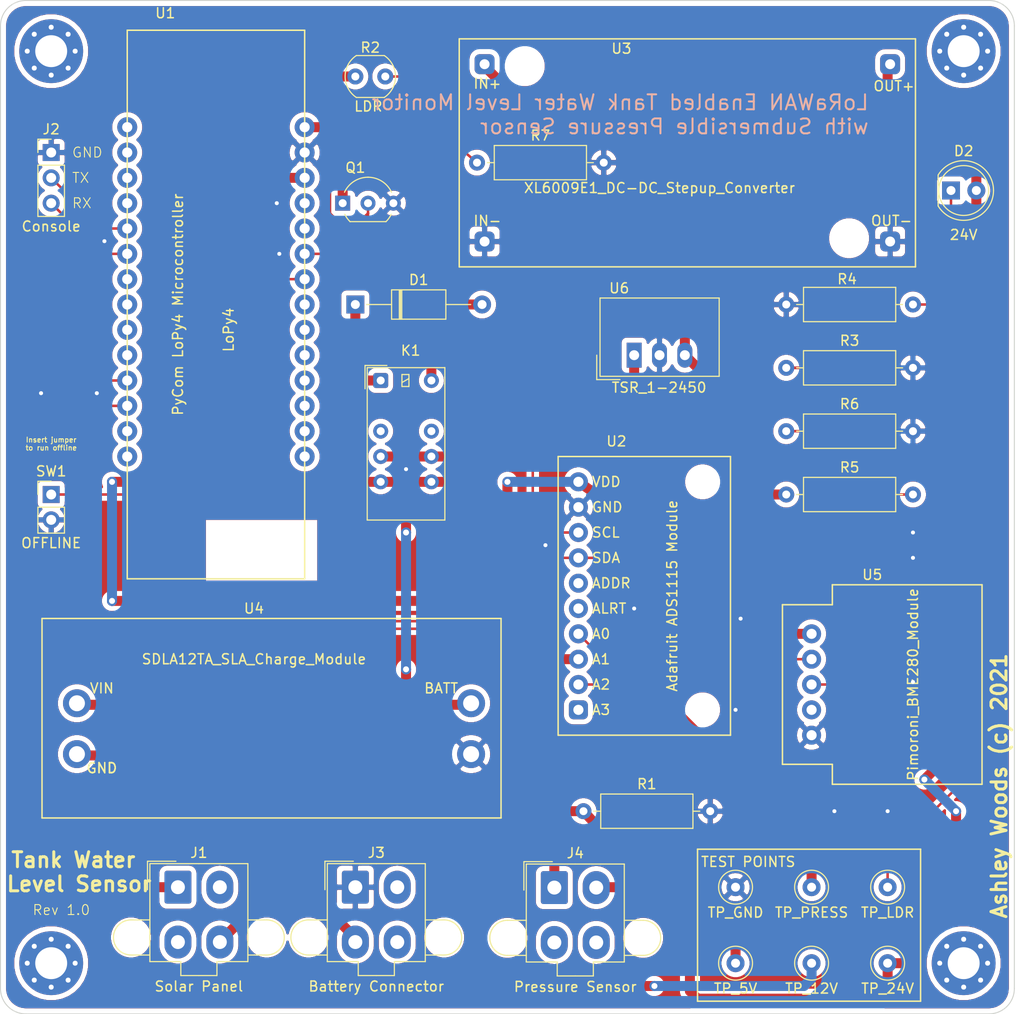
<source format=kicad_pcb>
(kicad_pcb (version 20171130) (host pcbnew "(5.1.6)-1")
  (layers (0 F.Cu signal) (31 B.Cu signal) (34 B.Paste user) (35 F.Paste user) (36 B.SilkS user) (37 F.SilkS user) (38 B.Mask user) (39 F.Mask user) (44 Edge.Cuts user))
  (net 0 "")
  (net 1 "Net-(D2-Pad1)")
  (net 2 BOOST24POS)
  (net 3 PANEL_NEG)
  (net 4 PANEL_POS)
  (net 5 GND)
  (net 6 CONSOLE_TX)
  (net 7 CONSOLE_RX)
  (net 8 BATTERY+12)
  (net 9 PRESS_SENSE)
  (net 10 VCC)
  (net 11 LDR_SENSE)
  (net 12 BOOST_SUPPLY)
  (net 13 BOOST_SWITCH)
  (net 14 BOOST_ENABLE)
  (net 15 3v3)
  (net 16 BATTLEVEL_SENSE)
  (net 17 OFFLINE_MODE)
  (net 18 SCL)
  (net 19 SDA)
  (module Package_TO_SOT_THT:TO-92_Inline_Wide (layer F.Cu) (at 8.89 -5.08)
    (fp_text reference Q1 (at 1.27 -3.56) (layer F.SilkS))
    (fp_text value BS170)
    (pad 1 thru_hole rect (at 0 0 90) (size 1.5 1.5) (drill 0.8) (layers *.Cu *.Mask) (net 13 BOOST_SWITCH))
    (pad 3 thru_hole circle (at 5.08 0 90) (size 1.5 1.5) (drill 0.8) (layers *.Cu *.Mask) (net 5 GND))
    (pad 2 thru_hole circle (at 2.54 0 90) (size 1.5 1.5) (drill 0.8) (layers *.Cu *.Mask) (net 14 BOOST_ENABLE))
  )
  (module Resistor_THT:R_Axial_DIN0309_L9.0mm_D3.2mm_P12.70mm_Horizontal (layer F.Cu) (at 22.352 -9.144)
    (fp_text reference R7 (at 6.35 -2.72) (layer F.SilkS))
    (fp_text value 10K)
    (pad 2 thru_hole oval (at 12.7 0) (size 1.6 1.6) (drill 0.8) (layers *.Cu *.Mask) (net 5 GND))
    (pad 1 thru_hole circle (at 0 0) (size 1.6 1.6) (drill 0.8) (layers *.Cu *.Mask) (net 14 BOOST_ENABLE))
  )
  (module Aw_footprints:XL6009E1_DC-DC_Converter (layer F.Cu) (at 40.64 -4.064)
    (fp_text reference U3 (at -3.81 -16.51) (layer F.SilkS))
    (fp_text value XL6009E1_DC-DC_Stepup_Converter (at 0 -2.54) (layer F.SilkS))
    (fp_text user OUT- (at 23.25 0.75) (layer F.SilkS))
    (fp_text user OUT+ (at 23.5 -12.75) (layer F.SilkS))
    (fp_text user IN- (at -17.25 0.75) (layer F.SilkS))
    (fp_text user IN+ (at -17.25 -13) (layer F.SilkS))
    (pad "" np_thru_hole circle (at 19 2.5) (size 3 3) (drill 3) (layers *.Cu *.Mask))
    (pad "" np_thru_hole circle (at -13.5 -14.75) (size 3 3) (drill 3) (layers *.Cu *.Mask))
    (pad 3 thru_hole roundrect (at 23.11 -14.95) (size 2 2) (drill 1) (layers *.Cu *.Mask) (net 2 BOOST24POS))
    (pad 4 thru_hole roundrect (at 23.11 2.83) (size 2 2) (drill 1) (layers *.Cu *.Mask) (net 5 GND))
    (pad 2 thru_hole roundrect (at -17.53 2.83) (size 2 2) (drill 1) (layers *.Cu *.Mask) (net 5 GND))
    (pad 1 thru_hole roundrect (at -17.53 -14.95) (size 2 2) (drill 1) (layers *.Cu *.Mask) (net 12 BOOST_SUPPLY))
  )
  (module Aw_footprints:SDLA12TA_Module (layer F.Cu) (at -15.24 35.56)
    (fp_text reference U4 (at 15.24 0) (layer F.SilkS))
    (fp_text value SDLA12TA_SLA_Charge_Module (at 15.24 5.08) (layer F.SilkS))
    (fp_text user GND (at 0 16) (layer F.SilkS))
    (fp_text user BATT (at 34 8) (layer F.SilkS))
    (fp_text user GND (at 0 16) (layer F.SilkS))
    (fp_text user VIN (at 0 8) (layer F.SilkS))
    (pad 3 thru_hole circle (at 37 14.6) (size 2.8 2.8) (drill 1.6) (layers *.Cu *.Mask) (net 5 GND))
    (pad 4 thru_hole circle (at 37 9.5) (size 2.8 2.8) (drill 1.6) (layers *.Cu *.Mask) (net 8 BATTERY+12))
    (pad 2 thru_hole circle (at -2.5 14.6) (size 2.8 2.8) (drill 1.6) (layers *.Cu *.Mask) (net 3 PANEL_NEG))
    (pad 1 thru_hole circle (at -2.5 9.5) (size 2.8 2.8) (drill 1.6) (layers *.Cu *.Mask) (net 4 PANEL_POS))
  )
  (module TestPoint:TestPoint_Loop_D2.60mm_Drill0.9mm_Beaded (layer F.Cu) (at 63.5 63.5)
    (fp_text reference J10)
    (fp_text value TP_LDR (at 0 2.54) (layer F.SilkS))
    (pad 1 thru_hole circle (at 0 0) (size 1.8 1.8) (drill 0.9) (layers *.Cu *.Mask) (net 11 LDR_SENSE))
  )
  (module TestPoint:TestPoint_Loop_D2.60mm_Drill0.9mm_Beaded (layer F.Cu) (at 55.88 63.5)
    (fp_text reference J9)
    (fp_text value TP_PRESS (at 0 2.54) (layer F.SilkS))
    (pad 1 thru_hole circle (at 0 0) (size 1.8 1.8) (drill 0.9) (layers *.Cu *.Mask) (net 9 PRESS_SENSE))
  )
  (module TestPoint:TestPoint_Loop_D2.60mm_Drill0.9mm_Beaded (layer F.Cu) (at 63.5 71.12)
    (fp_text reference J8)
    (fp_text value TP_24V (at 0 2.54) (layer F.SilkS))
    (pad 1 thru_hole circle (at 0 0) (size 1.8 1.8) (drill 0.9) (layers *.Cu *.Mask) (net 2 BOOST24POS))
  )
  (module TestPoint:TestPoint_Loop_D2.60mm_Drill0.9mm_Beaded (layer F.Cu) (at 55.88 71.12)
    (fp_text reference J7)
    (fp_text value TP_12V (at 0 2.54) (layer F.SilkS))
    (pad 1 thru_hole circle (at 0 0) (size 1.8 1.8) (drill 0.9) (layers *.Cu *.Mask) (net 8 BATTERY+12))
  )
  (module TestPoint:TestPoint_Loop_D2.60mm_Drill0.9mm_Beaded (layer F.Cu) (at 48.26 71.12)
    (fp_text reference J6)
    (fp_text value TP_5V (at 0 2.54) (layer F.SilkS))
    (pad 1 thru_hole circle (at 0 0) (size 1.8 1.8) (drill 0.9) (layers *.Cu *.Mask) (net 10 VCC))
  )
  (module TestPoint:TestPoint_Loop_D2.60mm_Drill0.9mm_Beaded (layer F.Cu) (at 48.26 63.5)
    (fp_text reference J5)
    (fp_text value TP_GND (at 0 2.54) (layer F.SilkS))
    (pad 1 thru_hole circle (at 0 0) (size 1.8 1.8) (drill 0.9) (layers *.Cu *.Mask) (net 5 GND))
  )
  (module Aw_footprints:LoPy_with_headers (layer F.Cu) (at -12.7 -12.7 270)
    (fp_text reference U1 (at -11.43 -3.81) (layer F.SilkS))
    (fp_text value LoPy4 (at 20.32 -10.16 270) (layer F.SilkS))
    (fp_text user "PyCom LoPy4 Microcontroller" (at 17.78 -5.08 90) (layer F.SilkS))
    (pad 28 thru_hole circle (at 0 -17.78 270) (size 2 2) (drill 1.02) (layers *.Cu *.Mask) (net 10 VCC))
    (pad 27 thru_hole circle (at 2.54 -17.78 270) (size 2 2) (drill 1.02) (layers *.Cu *.Mask) (net 5 GND))
    (pad 26 thru_hole circle (at 5.08 -17.78 270) (size 2 2) (drill 1.02) (layers *.Cu *.Mask) (net 15 3v3))
    (pad 25 thru_hole circle (at 7.62 -17.78 270) (size 2 2) (drill 1.02) (layers *.Cu *.Mask))
    (pad 24 thru_hole circle (at 10.16 -17.78 270) (size 2 2) (drill 1.02) (layers *.Cu *.Mask))
    (pad 23 thru_hole circle (at 12.7 -17.78 270) (size 2 2) (drill 1.02) (layers *.Cu *.Mask) (net 14 BOOST_ENABLE))
    (pad 22 thru_hole circle (at 15.24 -17.78 270) (size 2 2) (drill 1.02) (layers *.Cu *.Mask) (net 17 OFFLINE_MODE))
    (pad 21 thru_hole circle (at 17.78 -17.78 270) (size 2 2) (drill 1.02) (layers *.Cu *.Mask))
    (pad 20 thru_hole circle (at 20.32 -17.78 270) (size 2 2) (drill 1.02) (layers *.Cu *.Mask))
    (pad 19 thru_hole circle (at 22.86 -17.78 270) (size 2 2) (drill 1.02) (layers *.Cu *.Mask))
    (pad 18 thru_hole circle (at 25.4 -17.78 270) (size 2 2) (drill 1.02) (layers *.Cu *.Mask))
    (pad 17 thru_hole circle (at 27.94 -17.78 270) (size 2 2) (drill 1.02) (layers *.Cu *.Mask))
    (pad 16 thru_hole circle (at 30.48 -17.78 270) (size 2 2) (drill 1.02) (layers *.Cu *.Mask))
    (pad 15 thru_hole circle (at 33.02 -17.78 270) (size 2 2) (drill 1.02) (layers *.Cu *.Mask))
    (pad 14 thru_hole circle (at 33.02 0 270) (size 2 2) (drill 1.02) (layers *.Cu *.Mask))
    (pad 13 thru_hole circle (at 30.48 0 270) (size 2 2) (drill 1.02) (layers *.Cu *.Mask))
    (pad 12 thru_hole circle (at 27.94 0 270) (size 2 2) (drill 1.02) (layers *.Cu *.Mask) (net 18 SCL))
    (pad 11 thru_hole circle (at 25.4 0 270) (size 2 2) (drill 1.02) (layers *.Cu *.Mask) (net 19 SDA))
    (pad 10 thru_hole circle (at 22.86 0 270) (size 2 2) (drill 1.02) (layers *.Cu *.Mask))
    (pad 9 thru_hole circle (at 20.32 0 270) (size 2 2) (drill 1.02) (layers *.Cu *.Mask))
    (pad 8 thru_hole circle (at 17.78 0 270) (size 2 2) (drill 1.02) (layers *.Cu *.Mask))
    (pad 7 thru_hole circle (at 15.24 0 270) (size 2 2) (drill 1.02) (layers *.Cu *.Mask))
    (pad 6 thru_hole circle (at 12.7 0 270) (size 2 2) (drill 1.02) (layers *.Cu *.Mask) (net 7 CONSOLE_RX))
    (pad 5 thru_hole circle (at 10.16 0 270) (size 2 2) (drill 1.02) (layers *.Cu *.Mask) (net 6 CONSOLE_TX))
    (pad 4 thru_hole circle (at 7.62 0 270) (size 2 2) (drill 1.02) (layers *.Cu *.Mask))
    (pad 3 thru_hole circle (at 5.08 0 270) (size 2 2) (drill 1.02) (layers *.Cu *.Mask))
    (pad 2 thru_hole circle (at 2.54 0 270) (size 2 2) (drill 1.02) (layers *.Cu *.Mask))
    (pad 1 thru_hole circle (at 0 0 270) (size 2 2) (drill 1.02) (layers *.Cu *.Mask))
  )
  (module MountingHole:MountingHole_3.2mm_M3_Pad_Via (layer F.Cu) (at 71.12 71.12)
    (fp_text reference H4)
    (fp_text value MountingHole)
    (pad 1 thru_hole circle (at 1.697056 -1.697056) (size 0.8 0.8) (drill 0.5) (layers *.Cu *.Mask))
    (pad 1 thru_hole circle (at 0 -2.4) (size 0.8 0.8) (drill 0.5) (layers *.Cu *.Mask))
    (pad 1 thru_hole circle (at -1.697056 -1.697056) (size 0.8 0.8) (drill 0.5) (layers *.Cu *.Mask))
    (pad 1 thru_hole circle (at -2.4 0) (size 0.8 0.8) (drill 0.5) (layers *.Cu *.Mask))
    (pad 1 thru_hole circle (at -1.697056 1.697056) (size 0.8 0.8) (drill 0.5) (layers *.Cu *.Mask))
    (pad 1 thru_hole circle (at 0 2.4) (size 0.8 0.8) (drill 0.5) (layers *.Cu *.Mask))
    (pad 1 thru_hole circle (at 1.697056 1.697056) (size 0.8 0.8) (drill 0.5) (layers *.Cu *.Mask))
    (pad 1 thru_hole circle (at 2.4 0) (size 0.8 0.8) (drill 0.5) (layers *.Cu *.Mask))
    (pad 1 thru_hole circle (at 0 0) (size 6.4 6.4) (drill 3.2) (layers *.Cu *.Mask))
  )
  (module MountingHole:MountingHole_3.2mm_M3_Pad_Via (layer F.Cu) (at 71.12 -20.32)
    (fp_text reference H3)
    (fp_text value MountingHole)
    (pad 1 thru_hole circle (at 1.697056 -1.697056) (size 0.8 0.8) (drill 0.5) (layers *.Cu *.Mask))
    (pad 1 thru_hole circle (at 0 -2.4) (size 0.8 0.8) (drill 0.5) (layers *.Cu *.Mask))
    (pad 1 thru_hole circle (at -1.697056 -1.697056) (size 0.8 0.8) (drill 0.5) (layers *.Cu *.Mask))
    (pad 1 thru_hole circle (at -2.4 0) (size 0.8 0.8) (drill 0.5) (layers *.Cu *.Mask))
    (pad 1 thru_hole circle (at -1.697056 1.697056) (size 0.8 0.8) (drill 0.5) (layers *.Cu *.Mask))
    (pad 1 thru_hole circle (at 0 2.4) (size 0.8 0.8) (drill 0.5) (layers *.Cu *.Mask))
    (pad 1 thru_hole circle (at 1.697056 1.697056) (size 0.8 0.8) (drill 0.5) (layers *.Cu *.Mask))
    (pad 1 thru_hole circle (at 2.4 0) (size 0.8 0.8) (drill 0.5) (layers *.Cu *.Mask))
    (pad 1 thru_hole circle (at 0 0) (size 6.4 6.4) (drill 3.2) (layers *.Cu *.Mask))
  )
  (module MountingHole:MountingHole_3.2mm_M3_Pad_Via (layer F.Cu) (at -20.32 71.12)
    (fp_text reference H2)
    (fp_text value MountingHole)
    (pad 1 thru_hole circle (at 1.697056 -1.697056) (size 0.8 0.8) (drill 0.5) (layers *.Cu *.Mask))
    (pad 1 thru_hole circle (at 0 -2.4) (size 0.8 0.8) (drill 0.5) (layers *.Cu *.Mask))
    (pad 1 thru_hole circle (at -1.697056 -1.697056) (size 0.8 0.8) (drill 0.5) (layers *.Cu *.Mask))
    (pad 1 thru_hole circle (at -2.4 0) (size 0.8 0.8) (drill 0.5) (layers *.Cu *.Mask))
    (pad 1 thru_hole circle (at -1.697056 1.697056) (size 0.8 0.8) (drill 0.5) (layers *.Cu *.Mask))
    (pad 1 thru_hole circle (at 0 2.4) (size 0.8 0.8) (drill 0.5) (layers *.Cu *.Mask))
    (pad 1 thru_hole circle (at 1.697056 1.697056) (size 0.8 0.8) (drill 0.5) (layers *.Cu *.Mask))
    (pad 1 thru_hole circle (at 2.4 0) (size 0.8 0.8) (drill 0.5) (layers *.Cu *.Mask))
    (pad 1 thru_hole circle (at 0 0) (size 6.4 6.4) (drill 3.2) (layers *.Cu *.Mask))
  )
  (module MountingHole:MountingHole_3.2mm_M3_Pad_Via (layer F.Cu) (at -20.32 -20.32)
    (fp_text reference H1)
    (fp_text value MountingHole)
    (pad 1 thru_hole circle (at 1.697056 -1.697056) (size 0.8 0.8) (drill 0.5) (layers *.Cu *.Mask))
    (pad 1 thru_hole circle (at 0 -2.4) (size 0.8 0.8) (drill 0.5) (layers *.Cu *.Mask))
    (pad 1 thru_hole circle (at -1.697056 -1.697056) (size 0.8 0.8) (drill 0.5) (layers *.Cu *.Mask))
    (pad 1 thru_hole circle (at -2.4 0) (size 0.8 0.8) (drill 0.5) (layers *.Cu *.Mask))
    (pad 1 thru_hole circle (at -1.697056 1.697056) (size 0.8 0.8) (drill 0.5) (layers *.Cu *.Mask))
    (pad 1 thru_hole circle (at 0 2.4) (size 0.8 0.8) (drill 0.5) (layers *.Cu *.Mask))
    (pad 1 thru_hole circle (at 1.697056 1.697056) (size 0.8 0.8) (drill 0.5) (layers *.Cu *.Mask))
    (pad 1 thru_hole circle (at 2.4 0) (size 0.8 0.8) (drill 0.5) (layers *.Cu *.Mask))
    (pad 1 thru_hole circle (at 0 0) (size 6.4 6.4) (drill 3.2) (layers *.Cu *.Mask))
  )
  (module Diode_THT:D_A-405_P12.70mm_Horizontal (layer F.Cu) (at 10.16 5.08)
    (fp_text reference D1 (at 6.35 -2.47) (layer F.SilkS))
    (fp_text value D)
    (pad 2 thru_hole oval (at 12.7 0) (size 1.8 1.8) (drill 0.9) (layers *.Cu *.Mask) (net 13 BOOST_SWITCH))
    (pad 1 thru_hole rect (at 0 0) (size 1.8 1.8) (drill 0.9) (layers *.Cu *.Mask) (net 8 BATTERY+12))
  )
  (module LED_THT:LED_D5.0mm (layer F.Cu) (at 69.85 -6.35)
    (fp_text reference D2 (at 1.27 -3.96) (layer F.SilkS))
    (fp_text value "+24 LED")
    (pad 2 thru_hole circle (at 2.54 0) (size 1.8 1.8) (drill 0.9) (layers *.Cu *.Mask) (net 2 BOOST24POS))
    (pad 1 thru_hole rect (at 0 0) (size 1.8 1.8) (drill 0.9) (layers *.Cu *.Mask) (net 1 "Net-(D2-Pad1)"))
  )
  (module Connector_Molex:Molex_Mini-Fit_Jr_5566-04A2_2x02_P4.20mm_Vertical (layer F.Cu) (at -7.62 63.5)
    (fp_text reference J1 (at 2.1 -3.45) (layer F.SilkS))
    (fp_text value "Solar Panel" (at 2.1 9.95) (layer F.SilkS))
    (pad "" np_thru_hole circle (at 8.9 5.04) (size 3 3) (drill 3) (layers *.Cu *.Mask))
    (pad "" np_thru_hole circle (at -4.7 5.04) (size 3 3) (drill 3) (layers *.Cu *.Mask))
    (pad 4 thru_hole oval (at 4.2 5.5) (size 2.7 3.3) (drill 1.4) (layers *.Cu *.Mask) (net 4 PANEL_POS))
    (pad 3 thru_hole oval (at 0 5.5) (size 2.7 3.3) (drill 1.4) (layers *.Cu *.Mask))
    (pad 2 thru_hole oval (at 4.2 0) (size 2.7 3.3) (drill 1.4) (layers *.Cu *.Mask))
    (pad 1 thru_hole roundrect (at 0 0) (size 2.7 3.3) (drill 1.4) (layers *.Cu *.Mask) (roundrect_rratio 0.09259299999999999) (net 3 PANEL_NEG))
  )
  (module Connector_PinHeader_2.54mm:PinHeader_1x03_P2.54mm_Vertical (layer F.Cu) (at -20.32 -10.16)
    (fp_text reference J2 (at 0 -2.33) (layer F.SilkS))
    (fp_text value Console (at 0 7.41) (layer F.SilkS))
    (pad 3 thru_hole oval (at 0 5.08) (size 1.7 1.7) (drill 1) (layers *.Cu *.Mask) (net 7 CONSOLE_RX))
    (pad 2 thru_hole oval (at 0 2.54) (size 1.7 1.7) (drill 1) (layers *.Cu *.Mask) (net 6 CONSOLE_TX))
    (pad 1 thru_hole rect (at 0 0) (size 1.7 1.7) (drill 1) (layers *.Cu *.Mask) (net 5 GND))
  )
  (module Connector_Molex:Molex_Mini-Fit_Jr_5566-04A2_2x02_P4.20mm_Vertical (layer F.Cu) (at 10.16 63.5)
    (fp_text reference J3 (at 2.1 -3.45) (layer F.SilkS))
    (fp_text value "Battery Connector" (at 2.1 9.95) (layer F.SilkS))
    (pad "" np_thru_hole circle (at 8.9 5.04) (size 3 3) (drill 3) (layers *.Cu *.Mask))
    (pad "" np_thru_hole circle (at -4.7 5.04) (size 3 3) (drill 3) (layers *.Cu *.Mask))
    (pad 4 thru_hole oval (at 4.2 5.5) (size 2.7 3.3) (drill 1.4) (layers *.Cu *.Mask))
    (pad 3 thru_hole oval (at 0 5.5) (size 2.7 3.3) (drill 1.4) (layers *.Cu *.Mask) (net 8 BATTERY+12))
    (pad 2 thru_hole oval (at 4.2 0) (size 2.7 3.3) (drill 1.4) (layers *.Cu *.Mask))
    (pad 1 thru_hole roundrect (at 0 0) (size 2.7 3.3) (drill 1.4) (layers *.Cu *.Mask) (roundrect_rratio 0.09259299999999999) (net 5 GND))
  )
  (module Connector_Molex:Molex_Mini-Fit_Jr_5566-04A2_2x02_P4.20mm_Vertical (layer F.Cu) (at 30.1 63.54)
    (fp_text reference J4 (at 2.1 -3.45) (layer F.SilkS))
    (fp_text value "Pressure Sensor" (at 2.1 9.95) (layer F.SilkS))
    (pad "" np_thru_hole circle (at 8.9 5.04) (size 3 3) (drill 3) (layers *.Cu *.Mask))
    (pad "" np_thru_hole circle (at -4.7 5.04) (size 3 3) (drill 3) (layers *.Cu *.Mask))
    (pad 4 thru_hole oval (at 4.2 5.5) (size 2.7 3.3) (drill 1.4) (layers *.Cu *.Mask))
    (pad 3 thru_hole oval (at 0 5.5) (size 2.7 3.3) (drill 1.4) (layers *.Cu *.Mask))
    (pad 2 thru_hole oval (at 4.2 0) (size 2.7 3.3) (drill 1.4) (layers *.Cu *.Mask) (net 2 BOOST24POS))
    (pad 1 thru_hole roundrect (at 0 0) (size 2.7 3.3) (drill 1.4) (layers *.Cu *.Mask) (roundrect_rratio 0.09259299999999999) (net 9 PRESS_SENSE))
  )
  (module Relay_THT:Relay_DPDT_Kemet_EC2 (layer F.Cu) (at 12.7 12.7)
    (fp_text reference K1 (at 3 -3 180) (layer F.SilkS))
    (fp_text value EC2-12NU)
    (pad 12 thru_hole circle (at 5.08 0) (size 1.5 1.5) (drill 0.8) (layers *.Cu *.Mask) (net 13 BOOST_SWITCH))
    (pad 10 thru_hole circle (at 5.08 5.08) (size 1.5 1.5) (drill 0.8) (layers *.Cu *.Mask))
    (pad 9 thru_hole circle (at 5.08 7.62) (size 1.5 1.5) (drill 0.8) (layers *.Cu *.Mask) (net 12 BOOST_SUPPLY))
    (pad 8 thru_hole circle (at 5.08 10.16) (size 1.5 1.5) (drill 0.8) (layers *.Cu *.Mask) (net 8 BATTERY+12))
    (pad 5 thru_hole circle (at 0 10.16) (size 1.5 1.5) (drill 0.8) (layers *.Cu *.Mask) (net 8 BATTERY+12))
    (pad 4 thru_hole circle (at 0 7.62) (size 1.5 1.5) (drill 0.8) (layers *.Cu *.Mask) (net 12 BOOST_SUPPLY))
    (pad 3 thru_hole circle (at 0 5.08) (size 1.5 1.5) (drill 0.8) (layers *.Cu *.Mask))
    (pad 1 thru_hole roundrect (at 0 0) (size 1.5 1.5) (drill 0.8) (layers *.Cu *.Mask) (roundrect_rratio 0.167) (net 8 BATTERY+12))
  )
  (module Resistor_THT:R_Axial_DIN0309_L9.0mm_D3.2mm_P12.70mm_Horizontal (layer F.Cu) (at 33.02 55.88)
    (fp_text reference R1 (at 6.35 -2.72) (layer F.SilkS))
    (fp_text value 100R)
    (pad 2 thru_hole oval (at 12.7 0) (size 1.6 1.6) (drill 0.8) (layers *.Cu *.Mask) (net 5 GND))
    (pad 1 thru_hole circle (at 0 0) (size 1.6 1.6) (drill 0.8) (layers *.Cu *.Mask) (net 9 PRESS_SENSE))
  )
  (module OptoDevice:R_LDR_5.0x4.1mm_P3mm_Vertical (layer F.Cu) (at 10.16 -17.78)
    (fp_text reference R2 (at 1.5 -2.9) (layer F.SilkS))
    (fp_text value LDR (at 1.3 3) (layer F.SilkS))
    (pad 2 thru_hole circle (at 3 0) (size 1.6 1.6) (drill 0.8) (layers *.Cu *.Mask) (net 11 LDR_SENSE))
    (pad 1 thru_hole circle (at 0 0) (size 1.6 1.6) (drill 0.8) (layers *.Cu *.Mask) (net 15 3v3))
  )
  (module Resistor_THT:R_Axial_DIN0309_L9.0mm_D3.2mm_P12.70mm_Horizontal (layer F.Cu) (at 53.34 11.43)
    (fp_text reference R3 (at 6.35 -2.72) (layer F.SilkS))
    (fp_text value 1K)
    (pad 2 thru_hole oval (at 12.7 0) (size 1.6 1.6) (drill 0.8) (layers *.Cu *.Mask) (net 5 GND))
    (pad 1 thru_hole circle (at 0 0) (size 1.6 1.6) (drill 0.8) (layers *.Cu *.Mask) (net 11 LDR_SENSE))
  )
  (module Resistor_THT:R_Axial_DIN0309_L9.0mm_D3.2mm_P12.70mm_Horizontal (layer F.Cu) (at 66.04 5.08 180)
    (fp_text reference R4 (at 6.604 2.54) (layer F.SilkS))
    (fp_text value 1.5K)
    (pad 2 thru_hole oval (at 12.7 0 180) (size 1.6 1.6) (drill 0.8) (layers *.Cu *.Mask) (net 5 GND))
    (pad 1 thru_hole circle (at 0 0 180) (size 1.6 1.6) (drill 0.8) (layers *.Cu *.Mask) (net 1 "Net-(D2-Pad1)"))
  )
  (module Resistor_THT:R_Axial_DIN0309_L9.0mm_D3.2mm_P12.70mm_Horizontal (layer F.Cu) (at 53.34 24.13)
    (fp_text reference R5 (at 6.35 -2.72) (layer F.SilkS))
    (fp_text value 15K)
    (pad 2 thru_hole oval (at 12.7 0) (size 1.6 1.6) (drill 0.8) (layers *.Cu *.Mask) (net 16 BATTLEVEL_SENSE))
    (pad 1 thru_hole circle (at 0 0) (size 1.6 1.6) (drill 0.8) (layers *.Cu *.Mask) (net 8 BATTERY+12))
  )
  (module Resistor_THT:R_Axial_DIN0309_L9.0mm_D3.2mm_P12.70mm_Horizontal (layer F.Cu) (at 53.34 17.78)
    (fp_text reference R6 (at 6.35 -2.72) (layer F.SilkS))
    (fp_text value 4.7K)
    (pad 2 thru_hole oval (at 12.7 0) (size 1.6 1.6) (drill 0.8) (layers *.Cu *.Mask) (net 5 GND))
    (pad 1 thru_hole circle (at 0 0) (size 1.6 1.6) (drill 0.8) (layers *.Cu *.Mask) (net 16 BATTLEVEL_SENSE))
  )
  (module Connector_PinHeader_2.54mm:PinHeader_1x02_P2.54mm_Vertical (layer F.Cu) (at -20.32 24.13)
    (fp_text reference SW1 (at 0 -2.33) (layer F.SilkS))
    (fp_text value OFFLINE (at 0 4.87) (layer F.SilkS))
    (pad 2 thru_hole oval (at 0 2.54) (size 1.7 1.7) (drill 1) (layers *.Cu *.Mask) (net 5 GND))
    (pad 1 thru_hole rect (at 0 0) (size 1.7 1.7) (drill 1) (layers *.Cu *.Mask) (net 17 OFFLINE_MODE))
  )
  (module Aw_footprints:Adafruit_ADS1115_Module (layer F.Cu) (at 48.26 40.64)
    (fp_text reference U2 (at -11.938 -21.844) (layer F.SilkS))
    (fp_text value Adafruit_ADS1115_Module)
    (fp_text user A3 (at -14.478 5.08) (layer F.SilkS) (effects (justify left)))
    (fp_text user A2 (at -14.478 2.54) (layer F.SilkS) (effects (justify left)))
    (fp_text user A1 (at -14.478 0) (layer F.SilkS) (effects (justify left)))
    (fp_text user A0 (at -14.478 -2.54) (layer F.SilkS) (effects (justify left)))
    (fp_text user ALRT (at -14.478 -5.08) (layer F.SilkS) (effects (justify left)))
    (fp_text user ADDR (at -14.478 -7.62) (layer F.SilkS) (effects (justify left)))
    (fp_text user SDA (at -14.478 -10.16) (layer F.SilkS) (effects (justify left)))
    (fp_text user SCL (at -14.478 -12.7) (layer F.SilkS) (effects (justify left)))
    (fp_text user GND (at -14.478 -15.24) (layer F.SilkS) (effects (justify left)))
    (fp_text user VDD (at -14.478 -17.78) (layer F.SilkS) (effects (justify left)))
    (fp_text user "Adafruit ADS1115 Module" (at -6.35 -6.35 270) (layer F.SilkS))
    (pad "" np_thru_hole circle (at -3.302 -17.78) (size 2.5 2.5) (drill 2.5) (layers *.Cu *.Mask))
    (pad "" np_thru_hole circle (at -3.302 5.08) (size 2.5 2.5) (drill 2.5) (layers *.Cu *.Mask))
    (pad 1 thru_hole roundrect (at -15.748 5.08) (size 1.905 1.905) (drill 1.016) (layers *.Cu *.Mask))
    (pad 2 thru_hole circle (at -15.748 2.54) (size 1.905 1.905) (drill 1.016) (layers *.Cu *.Mask) (net 11 LDR_SENSE))
    (pad 3 thru_hole circle (at -15.748 0) (size 1.905 1.905) (drill 1.016) (layers *.Cu *.Mask) (net 9 PRESS_SENSE))
    (pad 4 thru_hole circle (at -15.748 -2.54) (size 1.905 1.905) (drill 1.016) (layers *.Cu *.Mask) (net 16 BATTLEVEL_SENSE))
    (pad 5 thru_hole circle (at -15.748 -5.08) (size 1.905 1.905) (drill 1.016) (layers *.Cu *.Mask))
    (pad 6 thru_hole circle (at -15.748 -7.62) (size 1.905 1.905) (drill 1.016) (layers *.Cu *.Mask))
    (pad 7 thru_hole circle (at -15.748 -10.16) (size 1.905 1.905) (drill 1.016) (layers *.Cu *.Mask) (net 19 SDA))
    (pad 8 thru_hole circle (at -15.748 -12.7) (size 1.905 1.905) (drill 1.016) (layers *.Cu *.Mask) (net 18 SCL))
    (pad 9 thru_hole circle (at -15.748 -15.24) (size 1.905 1.905) (drill 1.016) (layers *.Cu *.Mask) (net 5 GND))
    (pad 10 thru_hole circle (at -15.748 -17.78) (size 1.905 1.905) (drill 1.016) (layers *.Cu *.Mask) (net 15 3v3))
  )
  (module "Aw_footprints:Pimoroni BME280 Module" (layer F.Cu) (at 60.96 43.18)
    (fp_text reference U5 (at 1 -11) (layer F.SilkS))
    (fp_text value Pimoroni_BME280_Module (at 5.08 0 90) (layer F.SilkS))
    (pad 5 thru_hole circle (at -5.08 5.08) (size 1.905 1.905) (drill 1.016) (layers *.Cu *.Mask) (net 5 GND))
    (pad 4 thru_hole circle (at -5.08 2.54) (size 1.905 1.905) (drill 1.016) (layers *.Cu *.Mask))
    (pad 3 thru_hole circle (at -5.08 0) (size 1.905 1.905) (drill 1.016) (layers *.Cu *.Mask) (net 18 SCL))
    (pad 2 thru_hole circle (at -5.08 -2.54) (size 1.905 1.905) (drill 1.016) (layers *.Cu *.Mask) (net 19 SDA))
    (pad 1 thru_hole circle (at -5.08 -5.08) (size 1.905 1.905) (drill 1.016) (layers *.Cu *.Mask) (net 15 3v3))
  )
  (module Converter_DCDC:Converter_DCDC_TRACO_TSR-1_THT (layer F.Cu) (at 38.1 10.16)
    (fp_text reference U6 (at -1.5 -6.71) (layer F.SilkS))
    (fp_text value TSR_1-2450 (at 2.5 3.25) (layer F.SilkS))
    (pad 3 thru_hole oval (at 5.08 0) (size 1.5 2.5) (drill 1) (layers *.Cu *.Mask) (net 10 VCC))
    (pad 2 thru_hole oval (at 2.54 0) (size 1.5 2.5) (drill 1) (layers *.Cu *.Mask) (net 5 GND))
    (pad 1 thru_hole rect (at 0 0) (size 1.5 2.5) (drill 1) (layers *.Cu *.Mask) (net 8 BATTERY+12))
  )
  (gr_text "LoRaWAN Enabled Tank Water Level Monitor\nwith Submersible Pressure Sensor" (at 61.722 -13.97) (layer B.SilkS) (effects (font (size 1.5 1.5) (thickness 0.2)) (justify left mirror)))
  (gr_text "Rev 1.0" (at -19.304 65.786) (layer F.SilkS) (effects (font (size 1 1) (thickness 0.1))))
  (gr_text "Tank Water \nLevel Sensor" (at -17.526 61.976) (layer F.SilkS) (effects (font (size 1.5 1.5) (thickness 0.3))))
  (gr_text "Ashley Woods (c) 2021" (at 74.676 53.34 90) (layer F.SilkS) (effects (font (size 1.5 1.5) (thickness 0.3))))
  (gr_text RX (at -18.288 -5.08) (layer F.SilkS) (effects (font (size 1 1) (thickness 0.1)) (justify left)))
  (gr_text TX (at -18.288 -7.62) (layer F.SilkS) (effects (font (size 1 1) (thickness 0.1)) (justify left)))
  (gr_text GND (at -18.288 -10.16) (layer F.SilkS) (effects (font (size 1 1) (thickness 0.1)) (justify left)))
  (gr_arc (start 73.66 73.66) (end 73.66 76.2) (angle -90) (layer Edge.Cuts) (width 0.1))
  (gr_arc (start -22.86 73.66) (end -25.4 73.66) (angle -90) (layer Edge.Cuts) (width 0.1))
  (gr_arc (start -22.86 -22.86) (end -22.86 -25.4) (angle -90) (layer Edge.Cuts) (width 0.1))
  (gr_arc (start 73.66 -22.86) (end 76.2 -22.86) (angle -90) (layer Edge.Cuts) (width 0.1))
  (gr_text "Insert jumper\nto run offline" (at -20.32 19.05) (layer F.SilkS) (effects (font (size 0.5 0.5) (thickness 0.1))))
  (gr_text "TEST POINTS" (at 49.53 60.96) (layer F.SilkS) (effects (font (size 1 1))))
  (gr_line (start 44.45 74.93) (end 44.45 59.69) (layer F.SilkS) (width 0.15))
  (gr_line (start 66.802 74.93) (end 44.45 74.93) (layer F.SilkS) (width 0.15))
  (gr_line (start 66.802 59.69) (end 66.802 74.93) (layer F.SilkS) (width 0.15))
  (gr_line (start 44.45 59.69) (end 66.802 59.69) (layer F.SilkS) (width 0.15))
  (gr_text 24V (at 71.12 -1.905) (layer F.SilkS) (effects (font (size 1 1))))
  (gr_line (start 76.2 73.66) (end 76.2 -22.86) (layer Edge.Cuts) (width 0.1))
  (gr_line (start -22.86 76.2) (end 73.66 76.2) (layer Edge.Cuts) (width 0.1))
  (gr_line (start -22.86 -25.4) (end 73.66 -25.4) (layer Edge.Cuts) (width 0.1))
  (gr_line (start -25.4 73.66) (end -25.4 -22.86) (layer Edge.Cuts) (width 0.1))
  (segment (start 69.85 4.572) (end 69.85 -6.35) (width 0.25) (layer F.Cu) (net 1))
  (segment (start 66.04 5.08) (end 69.342 5.08) (width 0.25) (layer F.Cu) (net 1))
  (segment (start 69.342 5.08) (end 69.85 4.572) (width 0.25) (layer F.Cu) (net 1))
  (segment (start 72.39 -6.35) (end 72.39 63.754) (width 1) (layer F.Cu) (net 2))
  (segment (start 72.39 63.754) (end 65.024 71.12) (width 1) (layer F.Cu) (net 2))
  (segment (start 65.024 71.12) (end 63.5 71.12) (width 1) (layer F.Cu) (net 2))
  (segment (start 72.39 -11.938) (end 72.39 -6.35) (width 1) (layer F.Cu) (net 2))
  (segment (start 64.262 -12.7) (end 71.628 -12.7) (width 1) (layer F.Cu) (net 2))
  (segment (start 71.628 -12.7) (end 72.39 -11.938) (width 1) (layer F.Cu) (net 2))
  (segment (start 63.5 -19.05) (end 63.5 -13.462) (width 1) (layer F.Cu) (net 2))
  (segment (start 63.5 -13.462) (end 64.262 -12.7) (width 1) (layer F.Cu) (net 2))
  (segment (start 42.926 63.5) (end 34.29 63.5) (width 1) (layer F.Cu) (net 2))
  (segment (start 62.484 74.676) (end 44.45 74.676) (width 1) (layer F.Cu) (net 2))
  (segment (start 43.688 64.262) (end 42.926 63.5) (width 1) (layer F.Cu) (net 2))
  (segment (start 44.45 74.676) (end 43.688 73.914) (width 1) (layer F.Cu) (net 2))
  (segment (start 63.5 73.66) (end 62.484 74.676) (width 1) (layer F.Cu) (net 2))
  (segment (start 63.5 71.12) (end 63.5 73.66) (width 1) (layer F.Cu) (net 2))
  (segment (start 43.688 73.914) (end 43.688 64.262) (width 1) (layer F.Cu) (net 2))
  (segment (start -14.986 50.292) (end -17.78 50.292) (width 1) (layer F.Cu) (net 3))
  (segment (start -13.97 51.308) (end -14.986 50.292) (width 1) (layer F.Cu) (net 3))
  (segment (start -13.97 62.484) (end -13.97 51.308) (width 1) (layer F.Cu) (net 3))
  (segment (start -7.62 63.5) (end -12.954 63.5) (width 1) (layer F.Cu) (net 3))
  (segment (start -12.954 63.5) (end -13.97 62.484) (width 1) (layer F.Cu) (net 3))
  (segment (start -3.42 69) (end -3.42 68.952) (width 1) (layer F.Cu) (net 4))
  (segment (start -1.016 45.212) (end -17.78 45.212) (width 1) (layer F.Cu) (net 4))
  (segment (start -3.42 68.952) (end 0 65.532) (width 1) (layer F.Cu) (net 4))
  (segment (start 0 46.228) (end -1.016 45.212) (width 1) (layer F.Cu) (net 4))
  (segment (start 0 65.532) (end 0 46.228) (width 1) (layer F.Cu) (net 4))
  (via (at 66.04 27.94) (size 0.8) (drill 0.4) (layers F.Cu B.Cu) (net 5))
  (via (at 66.04 30.48) (size 0.8) (drill 0.4) (layers F.Cu B.Cu) (net 5))
  (via (at 63.5 55.88) (size 0.8) (drill 0.4) (layers F.Cu B.Cu) (net 5))
  (via (at 58.166 55.88) (size 0.8) (drill 0.4) (layers F.Cu B.Cu) (net 5))
  (via (at 48.26 45.72) (size 0.8) (drill 0.4) (layers F.Cu B.Cu) (net 5))
  (via (at 38.1 35.56) (size 0.8) (drill 0.4) (layers F.Cu B.Cu) (net 5))
  (via (at 66.04 42.926) (size 0.8) (drill 0.4) (layers F.Cu B.Cu) (net 5))
  (via (at 2.286 -5.08) (size 0.8) (drill 0.4) (layers F.Cu B.Cu) (net 5))
  (via (at 2.54 0) (size 0.8) (drill 0.4) (layers F.Cu B.Cu) (net 5))
  (via (at -15.748 13.97) (size 0.8) (drill 0.4) (layers F.Cu B.Cu) (net 5))
  (via (at -21.336 13.97) (size 0.8) (drill 0.4) (layers F.Cu B.Cu) (net 5))
  (via (at -14.986 -1.27) (size 0.8) (drill 0.4) (layers F.Cu B.Cu) (net 5))
  (via (at 48.768 36.576) (size 0.8) (drill 0.4) (layers F.Cu B.Cu) (net 5))
  (via (at 29.21 29.21) (size 0.8) (drill 0.4) (layers F.Cu B.Cu) (net 5))
  (via (at 15.24 21.59) (size 0.8) (drill 0.4) (layers F.Cu B.Cu) (net 5))
  (segment (start -12.7 -2.54) (end -15.24 -2.54) (width 0.25) (layer F.Cu) (net 6))
  (segment (start -15.24 -2.54) (end -20.32 -7.62) (width 0.25) (layer F.Cu) (net 6))
  (segment (start -12.7 0) (end -15.24 0) (width 0.25) (layer F.Cu) (net 7))
  (segment (start -15.24 0) (end -20.32 -5.08) (width 0.25) (layer F.Cu) (net 7))
  (segment (start 10.16 5.08) (end 10.16 10.16) (width 1) (layer F.Cu) (net 8))
  (segment (start 15.24 22.86) (end 17.78 22.86) (width 1) (layer F.Cu) (net 8))
  (segment (start 12.7 22.86) (end 15.24 22.86) (width 1) (layer F.Cu) (net 8))
  (segment (start 15.24 45.212) (end 21.844 45.212) (width 1) (layer F.Cu) (net 8))
  (segment (start 12.7 12.7) (end 10.16 12.7) (width 1) (layer F.Cu) (net 8))
  (segment (start 10.16 10.16) (end 10.16 12.7) (width 1) (layer F.Cu) (net 8))
  (segment (start 5.08 63.5) (end 5.08 46.228) (width 1) (layer F.Cu) (net 8))
  (segment (start 5.08 46.228) (end 6.096 45.212) (width 1) (layer F.Cu) (net 8))
  (segment (start 10.16 69) (end 10.16 68.58) (width 1) (layer F.Cu) (net 8))
  (segment (start 6.096 45.212) (end 15.24 45.212) (width 1) (layer F.Cu) (net 8))
  (segment (start 10.16 68.58) (end 5.08 63.5) (width 1) (layer F.Cu) (net 8))
  (via (at 15.24 27.94) (size 1.016) (drill 0.6) (layers F.Cu B.Cu) (net 8))
  (segment (start 15.24 22.86) (end 15.24 27.94) (width 1) (layer F.Cu) (net 8))
  (segment (start 10.16 12.7) (end 10.16 22.352) (width 1) (layer F.Cu) (net 8))
  (segment (start 10.668 22.86) (end 12.7 22.86) (width 1) (layer F.Cu) (net 8))
  (segment (start 10.16 22.352) (end 10.668 22.86) (width 1) (layer F.Cu) (net 8))
  (segment (start 15.24 27.94) (end 15.24 41.656) (width 1) (layer B.Cu) (net 8))
  (via (at 15.24 41.656) (size 1.016) (drill 0.6) (layers F.Cu B.Cu) (net 8))
  (segment (start 15.24 41.656) (end 15.24 45.212) (width 1) (layer F.Cu) (net 8))
  (via (at 40.132 73.406) (size 1.016) (drill 0.6) (layers F.Cu B.Cu) (net 8))
  (segment (start 23.368 73.406) (end 40.132 73.406) (width 1) (layer F.Cu) (net 8))
  (segment (start 22.352 72.39) (end 23.368 73.406) (width 1) (layer F.Cu) (net 8))
  (segment (start 19.05 64.77) (end 20.574 66.294) (width 1) (layer F.Cu) (net 8))
  (segment (start 21.59 66.294) (end 22.352 67.056) (width 1) (layer F.Cu) (net 8))
  (segment (start 19.05 45.212) (end 19.05 64.77) (width 1) (layer F.Cu) (net 8))
  (segment (start 20.574 66.294) (end 21.59 66.294) (width 1) (layer F.Cu) (net 8))
  (segment (start 22.352 67.056) (end 22.352 72.39) (width 1) (layer F.Cu) (net 8))
  (segment (start 55.88 72.644) (end 55.88 71.12) (width 1) (layer B.Cu) (net 8))
  (segment (start 40.132 73.406) (end 55.118 73.406) (width 1) (layer B.Cu) (net 8))
  (segment (start 55.118 73.406) (end 55.88 72.644) (width 1) (layer B.Cu) (net 8))
  (segment (start 23.114 17.018) (end 25.146 14.986) (width 1) (layer F.Cu) (net 8))
  (segment (start 17.78 22.86) (end 23.114 22.86) (width 1) (layer F.Cu) (net 8))
  (segment (start 23.114 22.86) (end 23.114 17.018) (width 1) (layer F.Cu) (net 8))
  (segment (start 38.1 14.986) (end 38.1 10.16) (width 1) (layer F.Cu) (net 8))
  (segment (start 49.784 23.368) (end 50.546 24.13) (width 1) (layer F.Cu) (net 8))
  (segment (start 50.546 24.13) (end 53.34 24.13) (width 1) (layer F.Cu) (net 8))
  (segment (start 45.212 14.986) (end 49.784 19.05) (width 1) (layer F.Cu) (net 8))
  (segment (start 49.784 19.05) (end 49.784 23.368) (width 1) (layer F.Cu) (net 8))
  (segment (start 25.146 14.986) (end 38.1 14.986) (width 1) (layer F.Cu) (net 8))
  (segment (start 38.1 14.986) (end 45.212 14.986) (width 1) (layer F.Cu) (net 8))
  (segment (start 36.322 59.436) (end 33.02 55.88) (width 1) (layer F.Cu) (net 9))
  (segment (start 54.102 59.436) (end 36.322 59.436) (width 1) (layer F.Cu) (net 9))
  (segment (start 55.88 63.5) (end 55.88 61.214) (width 1) (layer F.Cu) (net 9))
  (segment (start 55.88 61.214) (end 54.102 59.436) (width 1) (layer F.Cu) (net 9))
  (segment (start 30.1 63.54) (end 30.1 55.88) (width 1) (layer F.Cu) (net 9))
  (segment (start 33.02 55.88) (end 30.1 55.88) (width 1) (layer F.Cu) (net 9))
  (segment (start 28.702 55.88) (end 30.1 55.88) (width 1) (layer F.Cu) (net 9))
  (segment (start 27.94 41.402) (end 27.94 55.118) (width 1) (layer F.Cu) (net 9))
  (segment (start 32.512 40.64) (end 28.702 40.64) (width 1) (layer F.Cu) (net 9))
  (segment (start 27.94 55.118) (end 28.702 55.88) (width 1) (layer F.Cu) (net 9))
  (segment (start 28.702 40.64) (end 27.94 41.402) (width 1) (layer F.Cu) (net 9))
  (segment (start 70.358 63.246) (end 65.786 67.818) (width 1) (layer F.Cu) (net 10))
  (segment (start 48.26 68.326) (end 48.26 71.12) (width 1) (layer F.Cu) (net 10))
  (segment (start 48.768 67.818) (end 48.26 68.326) (width 1) (layer F.Cu) (net 10))
  (segment (start 65.786 67.818) (end 48.768 67.818) (width 1) (layer F.Cu) (net 10))
  (segment (start 70.358 55.88) (end 70.358 63.246) (width 1) (layer F.Cu) (net 10))
  (via (at 70.358 55.88) (size 1.016) (drill 0.6) (layers F.Cu B.Cu) (net 10))
  (segment (start 16.764 -12.7) (end 5.08 -12.7) (width 1) (layer F.Cu) (net 10))
  (segment (start 18.034 -13.97) (end 16.764 -12.7) (width 1) (layer F.Cu) (net 10))
  (segment (start 18.034 -20.574) (end 18.034 -13.97) (width 1) (layer F.Cu) (net 10))
  (segment (start 43.18 10.16) (end 43.18 -20.32) (width 1) (layer F.Cu) (net 10))
  (segment (start 41.91 -21.59) (end 19.05 -21.59) (width 1) (layer F.Cu) (net 10))
  (segment (start 43.18 -20.32) (end 41.91 -21.59) (width 1) (layer F.Cu) (net 10))
  (segment (start 19.05 -21.59) (end 18.034 -20.574) (width 1) (layer F.Cu) (net 10))
  (segment (start 67.564 53.086) (end 70.358 55.88) (width 1) (layer B.Cu) (net 10))
  (segment (start 67.183 52.705) (end 67.564 53.086) (width 1) (layer B.Cu) (net 10))
  (segment (start 46.99 13.97) (end 43.18 10.16) (width 1) (layer F.Cu) (net 10))
  (via (at 67.183 52.705) (size 1.016) (drill 0.6) (layers F.Cu B.Cu) (net 10))
  (segment (start 68.97099 50.91701) (end 68.97099 23.611074) (width 1) (layer F.Cu) (net 10))
  (segment (start 68.97099 23.611074) (end 59.329916 13.97) (width 1) (layer F.Cu) (net 10))
  (segment (start 67.183 52.705) (end 68.97099 50.91701) (width 1) (layer F.Cu) (net 10))
  (segment (start 59.329916 13.97) (end 46.99 13.97) (width 1) (layer F.Cu) (net 10))
  (segment (start 63.5 63.5) (end 63.5 59.69) (width 0.25) (layer F.Cu) (net 11))
  (segment (start 40.086998 43.18) (end 32.512 43.18) (width 0.25) (layer F.Cu) (net 11))
  (segment (start 56.088998 59.182) (end 40.086998 43.18) (width 0.25) (layer F.Cu) (net 11))
  (segment (start 62.992 59.182) (end 56.088998 59.182) (width 0.25) (layer F.Cu) (net 11))
  (segment (start 63.246 59.436) (end 62.992 59.182) (width 0.25) (layer F.Cu) (net 11))
  (segment (start 63.5 59.69) (end 63.246 59.436) (width 0.25) (layer F.Cu) (net 11))
  (segment (start 60.198 11.43) (end 53.34 11.43) (width 0.25) (layer F.Cu) (net 11))
  (segment (start 63.5 59.69) (end 64.008 59.182) (width 0.25) (layer F.Cu) (net 11))
  (segment (start 63.5 14.732) (end 60.198 11.43) (width 0.25) (layer F.Cu) (net 11))
  (segment (start 70.358 15.24) (end 69.85 14.732) (width 0.25) (layer F.Cu) (net 11))
  (segment (start 70.358 53.594) (end 70.358 15.24) (width 0.25) (layer F.Cu) (net 11))
  (segment (start 69.85 14.732) (end 63.5 14.732) (width 0.25) (layer F.Cu) (net 11))
  (segment (start 64.008 59.182) (end 64.77 59.182) (width 0.25) (layer F.Cu) (net 11))
  (segment (start 64.77 59.182) (end 70.358 53.594) (width 0.25) (layer F.Cu) (net 11))
  (segment (start 59.69 11.43) (end 53.594 11.43) (width 0.25) (layer F.Cu) (net 11))
  (segment (start 16.002 -23.114) (end 16.51 -23.622) (width 0.25) (layer F.Cu) (net 11))
  (segment (start 59.182 -23.622) (end 59.69 -23.114) (width 0.25) (layer F.Cu) (net 11))
  (segment (start 13.16 -17.78) (end 15.494 -17.78) (width 0.25) (layer F.Cu) (net 11))
  (segment (start 16.51 -23.622) (end 59.182 -23.622) (width 0.25) (layer F.Cu) (net 11))
  (segment (start 15.494 -17.78) (end 16.002 -18.288) (width 0.25) (layer F.Cu) (net 11))
  (segment (start 16.002 -18.288) (end 16.002 -23.114) (width 0.25) (layer F.Cu) (net 11))
  (segment (start 59.69 -23.114) (end 59.69 -6.35) (width 0.25) (layer F.Cu) (net 11))
  (segment (start 55.88 -2.54) (end 55.88 0) (width 0.25) (layer F.Cu) (net 11))
  (segment (start 59.69 -6.35) (end 55.88 -2.54) (width 0.25) (layer F.Cu) (net 11))
  (segment (start 55.88 0) (end 59.69 3.81) (width 0.25) (layer F.Cu) (net 11))
  (segment (start 59.69 3.81) (end 59.69 11.43) (width 0.25) (layer F.Cu) (net 11))
  (segment (start 12.7 20.32) (end 17.78 20.32) (width 1) (layer F.Cu) (net 12))
  (segment (start 19.812 20.32) (end 17.78 20.32) (width 1) (layer F.Cu) (net 12))
  (segment (start 20.32 19.812) (end 19.812 20.32) (width 1) (layer F.Cu) (net 12))
  (segment (start 20.32 15.24) (end 20.32 19.812) (width 1) (layer F.Cu) (net 12))
  (segment (start 28.702 7.304356) (end 20.32 15.24) (width 1) (layer F.Cu) (net 12))
  (segment (start 28.702 7.304356) (end 28.702 -12.7) (width 1) (layer F.Cu) (net 12))
  (segment (start 28.702 -12.7) (end 28.702 -13.208) (width 1) (layer F.Cu) (net 12))
  (segment (start 28.702 -13.208) (end 23.114 -18.796) (width 1) (layer F.Cu) (net 12))
  (segment (start 17.78 5.334) (end 18.034 5.08) (width 1) (layer F.Cu) (net 13))
  (segment (start 17.78 12.7) (end 17.78 5.334) (width 1) (layer F.Cu) (net 13))
  (segment (start 18.034 5.08) (end 22.86 5.08) (width 1) (layer F.Cu) (net 13))
  (segment (start 8.89 -8.382) (end 9.906 -9.398) (width 1) (layer F.Cu) (net 13))
  (segment (start 17.272 4.572) (end 17.78 5.08) (width 1) (layer F.Cu) (net 13))
  (segment (start 8.89 -5.08) (end 8.89 -8.382) (width 1) (layer F.Cu) (net 13))
  (segment (start 17.78 5.08) (end 18.034 5.08) (width 1) (layer F.Cu) (net 13))
  (segment (start 9.906 -9.398) (end 16.002 -9.398) (width 1) (layer F.Cu) (net 13))
  (segment (start 16.002 -9.398) (end 17.272 -8.128) (width 1) (layer F.Cu) (net 13))
  (segment (start 17.272 -8.128) (end 17.272 4.572) (width 1) (layer F.Cu) (net 13))
  (segment (start 10.922 0) (end 11.43 -0.508) (width 0.25) (layer F.Cu) (net 14))
  (segment (start 5.08 0) (end 7.62 0) (width 0.25) (layer F.Cu) (net 14))
  (segment (start 7.62 0) (end 10.922 0) (width 0.25) (layer F.Cu) (net 14))
  (segment (start 10.922 -3.556) (end 11.43 -4.064) (width 0.25) (layer F.Cu) (net 14))
  (segment (start 8.128 -3.556) (end 10.922 -3.556) (width 0.25) (layer F.Cu) (net 14))
  (segment (start 7.62 -10.414) (end 7.62 -4.064) (width 0.25) (layer F.Cu) (net 14))
  (segment (start 11.43 -4.064) (end 11.43 -5.08) (width 0.25) (layer F.Cu) (net 14))
  (segment (start 22.352 -9.144) (end 20.574 -10.668) (width 0.25) (layer F.Cu) (net 14))
  (segment (start 11.43 -0.508) (end 11.43 -4.064) (width 0.25) (layer F.Cu) (net 14))
  (segment (start 20.574 -10.668) (end 7.874 -10.668) (width 0.25) (layer F.Cu) (net 14))
  (segment (start 7.62 -4.064) (end 8.128 -3.556) (width 0.25) (layer F.Cu) (net 14))
  (segment (start 7.874 -10.668) (end 7.62 -10.414) (width 0.25) (layer F.Cu) (net 14))
  (segment (start 5.08 -7.62) (end 4.826 -7.366) (width 1) (layer F.Cu) (net 15))
  (segment (start 37.592 26.416) (end 32.512 22.86) (width 1) (layer F.Cu) (net 15))
  (segment (start 46.482 38.1) (end 45.72 37.338) (width 1) (layer F.Cu) (net 15))
  (segment (start 55.88 38.1) (end 46.482 38.1) (width 1) (layer F.Cu) (net 15))
  (segment (start 45.72 37.338) (end 45.72 27.432) (width 1) (layer F.Cu) (net 15))
  (segment (start 45.72 27.432) (end 44.704 26.416) (width 1) (layer F.Cu) (net 15))
  (segment (start 44.704 26.416) (end 37.592 26.416) (width 1) (layer F.Cu) (net 15))
  (segment (start 5.08 -7.62) (end 2.032 -7.62) (width 1) (layer F.Cu) (net 15))
  (via (at 25.4 22.86) (size 1.016) (drill 0.6) (layers F.Cu B.Cu) (net 15))
  (segment (start 25.4 22.86) (end 32.512 22.86) (width 1) (layer B.Cu) (net 15))
  (segment (start 0 -5.334) (end 0 22.098) (width 1) (layer F.Cu) (net 15))
  (segment (start 0 22.098) (end -0.762 22.86) (width 1) (layer F.Cu) (net 15))
  (segment (start -0.762 22.86) (end -14.224 22.86) (width 1) (layer F.Cu) (net 15))
  (segment (start 2.032 -7.62) (end 0 -7.62) (width 1) (layer F.Cu) (net 15))
  (segment (start 0 -5.334) (end 0 -7.62) (width 1) (layer F.Cu) (net 15))
  (segment (start 1.27 -17.78) (end 10.16 -17.78) (width 1) (layer F.Cu) (net 15))
  (segment (start 0 -7.62) (end 0 -16.51) (width 1) (layer F.Cu) (net 15))
  (segment (start 0 -16.51) (end 1.27 -17.78) (width 1) (layer F.Cu) (net 15))
  (via (at -14.224 22.86) (size 1.016) (drill 0.6) (layers F.Cu B.Cu) (net 15))
  (segment (start -14.224 22.86) (end -14.224 34.798) (width 1) (layer B.Cu) (net 15))
  (via (at -14.224 34.798) (size 1.016) (drill 0.6) (layers F.Cu B.Cu) (net 15))
  (segment (start 25.4 33.782) (end 25.4 22.86) (width 1) (layer F.Cu) (net 15))
  (segment (start -14.224 34.798) (end 24.384 34.798) (width 1) (layer F.Cu) (net 15))
  (segment (start 24.384 34.798) (end 25.4 33.782) (width 1) (layer F.Cu) (net 15))
  (segment (start 63.5 24.13) (end 66.04 24.13) (width 0.25) (layer F.Cu) (net 16))
  (segment (start 63.5 50.292) (end 63.5 24.13) (width 0.25) (layer F.Cu) (net 16))
  (segment (start 62.992 50.8) (end 63.5 50.292) (width 0.25) (layer F.Cu) (net 16))
  (segment (start 51.308 50.8) (end 62.992 50.8) (width 0.25) (layer F.Cu) (net 16))
  (segment (start 35.50201 41.09001) (end 50.23401 41.09001) (width 0.25) (layer F.Cu) (net 16))
  (segment (start 50.8 41.656) (end 50.8 50.292) (width 0.25) (layer F.Cu) (net 16))
  (segment (start 32.512 38.1) (end 35.50201 41.09001) (width 0.25) (layer F.Cu) (net 16))
  (segment (start 50.23401 41.09001) (end 50.8 41.656) (width 0.25) (layer F.Cu) (net 16))
  (segment (start 50.8 50.292) (end 51.308 50.8) (width 0.25) (layer F.Cu) (net 16))
  (segment (start 59.436 24.13) (end 63.5 24.13) (width 0.25) (layer F.Cu) (net 16))
  (segment (start 58.928 18.288) (end 58.928 23.622) (width 0.25) (layer F.Cu) (net 16))
  (segment (start 58.928 23.622) (end 59.436 24.13) (width 0.25) (layer F.Cu) (net 16))
  (segment (start 53.34 17.78) (end 58.42 17.78) (width 0.25) (layer F.Cu) (net 16))
  (segment (start 58.42 17.78) (end 58.928 18.288) (width 0.25) (layer F.Cu) (net 16))
  (segment (start 2.54 23.622) (end 2.032 24.13) (width 0.25) (layer F.Cu) (net 17))
  (segment (start 2.032 24.13) (end -20.32 24.13) (width 0.25) (layer F.Cu) (net 17))
  (segment (start 2.54 2.794) (end 2.54 23.622) (width 0.25) (layer F.Cu) (net 17))
  (segment (start 5.08 2.54) (end 2.794 2.54) (width 0.25) (layer F.Cu) (net 17))
  (segment (start 2.794 2.54) (end 2.54 2.794) (width 0.25) (layer F.Cu) (net 17))
  (segment (start 27.94 27.94) (end 32.512 27.94) (width 0.25) (layer F.Cu) (net 18))
  (segment (start 46.482 17.78) (end 28.448 17.78) (width 0.25) (layer F.Cu) (net 18))
  (segment (start 46.99 18.288) (end 46.482 17.78) (width 0.25) (layer F.Cu) (net 18))
  (segment (start 57.912 43.18) (end 58.42 42.672) (width 0.25) (layer F.Cu) (net 18))
  (segment (start 46.99 35.052) (end 46.99 18.288) (width 0.25) (layer F.Cu) (net 18))
  (segment (start 55.88 43.18) (end 57.912 43.18) (width 0.25) (layer F.Cu) (net 18))
  (segment (start 27.94 18.288) (end 27.94 27.94) (width 0.25) (layer F.Cu) (net 18))
  (segment (start 47.498 35.56) (end 46.99 35.052) (width 0.25) (layer F.Cu) (net 18))
  (segment (start 58.42 42.672) (end 58.42 36.068) (width 0.25) (layer F.Cu) (net 18))
  (segment (start 28.448 17.78) (end 27.94 18.288) (width 0.25) (layer F.Cu) (net 18))
  (segment (start 58.42 36.068) (end 57.912 35.56) (width 0.25) (layer F.Cu) (net 18))
  (segment (start 57.912 35.56) (end 47.498 35.56) (width 0.25) (layer F.Cu) (net 18))
  (segment (start 27.94 36.322) (end 27.94 27.94) (width 0.25) (layer F.Cu) (net 18))
  (segment (start 27.432 36.83) (end 27.94 36.322) (width 0.25) (layer F.Cu) (net 18))
  (segment (start -22.606 15.24) (end -23.114 15.748) (width 0.25) (layer F.Cu) (net 18))
  (segment (start -23.114 15.748) (end -23.114 36.322) (width 0.25) (layer F.Cu) (net 18))
  (segment (start -12.7 15.24) (end -22.606 15.24) (width 0.25) (layer F.Cu) (net 18))
  (segment (start -23.114 36.322) (end -22.606 36.83) (width 0.25) (layer F.Cu) (net 18))
  (segment (start -22.606 36.83) (end 27.432 36.83) (width 0.25) (layer F.Cu) (net 18))
  (segment (start 40.64 31.242) (end 39.878 30.48) (width 0.25) (layer F.Cu) (net 19))
  (segment (start 40.64 40.132) (end 40.64 31.242) (width 0.25) (layer F.Cu) (net 19))
  (segment (start 39.878 30.48) (end 31.75 30.48) (width 0.25) (layer F.Cu) (net 19))
  (segment (start 55.88 40.64) (end 41.148 40.64) (width 0.25) (layer F.Cu) (net 19))
  (segment (start 41.148 40.64) (end 40.64 40.132) (width 0.25) (layer F.Cu) (net 19))
  (segment (start 28.448 30.988) (end 28.956 30.48) (width 0.25) (layer F.Cu) (net 19))
  (segment (start 28.448 36.83) (end 28.448 30.988) (width 0.25) (layer F.Cu) (net 19))
  (segment (start 27.686 37.592) (end 28.448 36.83) (width 0.25) (layer F.Cu) (net 19))
  (segment (start -12.7 12.7) (end -23.114 12.7) (width 0.25) (layer F.Cu) (net 19))
  (segment (start -23.622 13.208) (end -23.622 36.83) (width 0.25) (layer F.Cu) (net 19))
  (segment (start -23.622 36.83) (end -22.86 37.592) (width 0.25) (layer F.Cu) (net 19))
  (segment (start 28.956 30.48) (end 32.512 30.48) (width 0.25) (layer F.Cu) (net 19))
  (segment (start -23.114 12.7) (end -23.622 13.208) (width 0.25) (layer F.Cu) (net 19))
  (segment (start -22.86 37.592) (end 27.686 37.592) (width 0.25) (layer F.Cu) (net 19))
  (zone (net 5) (net_name GND) (layer F.Cu) (connect_pads (clearance 0.508)) (min_thickness 0.254) (fill yes (arc_segments 32) (thermal_gap 0.508) (thermal_bridge_width 0.508))
    (polygon (pts (xy 76.2 76.2) (xy -25.4 76.2) (xy -25.4 -25.4) (xy 76.2 -25.4)))
  )
  (zone (net 5) (net_name GND) (layer F.Cu) (connect_pads (clearance 0.508)) (min_thickness 0.254) (fill yes (arc_segments 32) (thermal_gap 0.508) (thermal_bridge_width 0.508))
    (polygon (pts (xy 76.2 76.2) (xy -25.4 76.2) (xy -25.4 -25.4) (xy 76.2 -25.4)))
  )
  (zone (net 5) (net_name GND) (layer B.Cu) (connect_pads (clearance 0.508)) (min_thickness 0.254) (fill yes (arc_segments 32) (thermal_gap 0.508) (thermal_bridge_width 0.508))
    (polygon (pts (xy 76.2 76.2) (xy -25.4 76.2) (xy -25.4 -25.4) (xy 76.2 -25.4)))
  )
  (zone (net 0) (net_name "") (layer F.Cu) (connect_pads (clearance 0.508)) (min_thickness 0.254)
    (keepout (tracks not_allowed) (vias not_allowed) (copperpour not_allowed))
    (fill (arc_segments 32) (thermal_gap 0.508) (thermal_bridge_width 0.508))
    (polygon (pts (xy 6.35 32.766) (xy -4.826 32.766) (xy -4.826 26.67) (xy 6.35 26.67)))
  )
  (zone (net 0) (net_name "") (layer B.Cu) (connect_pads (clearance 0.508)) (min_thickness 0.254)
    (keepout (tracks not_allowed) (vias not_allowed) (copperpour not_allowed))
    (fill (arc_segments 32) (thermal_gap 0.508) (thermal_bridge_width 0.508))
    (polygon (pts (xy 6.35 32.766) (xy -4.826 32.766) (xy -4.826 26.67) (xy 6.35 26.67)))
  )
)
</source>
